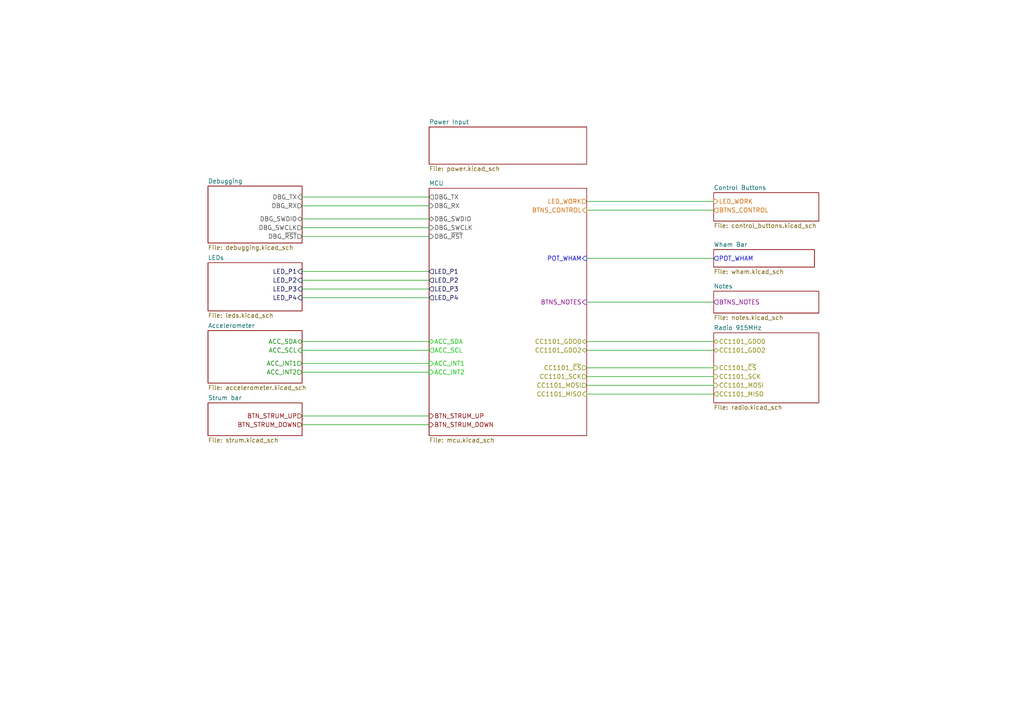
<source format=kicad_sch>
(kicad_sch
	(version 20231120)
	(generator "eeschema")
	(generator_version "8.0")
	(uuid "7eacce39-bbdf-4759-aeb5-d69ccfcb7b29")
	(paper "A4")
	(title_block
		(title "Project Antares - Transmitter Schematic")
		(date "2024-08-23")
		(rev "1.0.0")
		(company "Ourobors Embedded Development")
		(comment 1 "Pablo Jean Rozario")
	)
	(lib_symbols)
	(wire
		(pts
			(xy 87.63 66.04) (xy 124.46 66.04)
		)
		(stroke
			(width 0)
			(type default)
		)
		(uuid "09014d6a-d6e6-4327-908a-262e5e2e923e")
	)
	(wire
		(pts
			(xy 87.63 86.36) (xy 124.46 86.36)
		)
		(stroke
			(width 0)
			(type default)
		)
		(uuid "18b35e30-9ee9-47a4-8350-555935548a11")
	)
	(wire
		(pts
			(xy 87.63 120.65) (xy 124.46 120.65)
		)
		(stroke
			(width 0)
			(type default)
		)
		(uuid "199af027-a0d9-4558-b8ab-49f5a4c4e172")
	)
	(wire
		(pts
			(xy 170.18 106.68) (xy 207.01 106.68)
		)
		(stroke
			(width 0)
			(type default)
		)
		(uuid "3b68f2e0-92f0-45b8-9386-caf2230b3e86")
	)
	(wire
		(pts
			(xy 87.63 59.69) (xy 124.46 59.69)
		)
		(stroke
			(width 0)
			(type default)
		)
		(uuid "3bc7013b-d74e-46cc-944e-39cdcaa400e5")
	)
	(wire
		(pts
			(xy 170.18 109.22) (xy 207.01 109.22)
		)
		(stroke
			(width 0)
			(type default)
		)
		(uuid "3e964f8c-da78-4816-be70-48cde6af4e0b")
	)
	(wire
		(pts
			(xy 170.18 111.76) (xy 207.01 111.76)
		)
		(stroke
			(width 0)
			(type default)
		)
		(uuid "47113317-1f41-4ac2-a2b2-9f4410ce661c")
	)
	(wire
		(pts
			(xy 87.63 83.82) (xy 124.46 83.82)
		)
		(stroke
			(width 0)
			(type default)
		)
		(uuid "5a386da5-2705-4763-b9c5-505627e9a266")
	)
	(wire
		(pts
			(xy 170.18 60.96) (xy 207.01 60.96)
		)
		(stroke
			(width 0)
			(type default)
		)
		(uuid "5d570953-041e-47c3-b53e-35073fc211fc")
	)
	(wire
		(pts
			(xy 87.63 68.58) (xy 124.46 68.58)
		)
		(stroke
			(width 0)
			(type default)
		)
		(uuid "6d6a3e7e-5e16-42f3-bed7-d5de59911d69")
	)
	(wire
		(pts
			(xy 87.63 78.74) (xy 124.46 78.74)
		)
		(stroke
			(width 0)
			(type default)
		)
		(uuid "6e499a62-4b1e-47db-84ae-64a017f6ea6e")
	)
	(wire
		(pts
			(xy 170.18 87.63) (xy 207.01 87.63)
		)
		(stroke
			(width 0)
			(type default)
		)
		(uuid "708b93d4-423f-49ec-bed4-73bfc14a817d")
	)
	(wire
		(pts
			(xy 170.18 99.06) (xy 207.01 99.06)
		)
		(stroke
			(width 0)
			(type default)
		)
		(uuid "96b28923-13be-4eab-855f-f0a0a08553e1")
	)
	(wire
		(pts
			(xy 87.63 57.15) (xy 124.46 57.15)
		)
		(stroke
			(width 0)
			(type default)
		)
		(uuid "9dee9dea-d02d-405f-b6fc-dac37d63fdf2")
	)
	(wire
		(pts
			(xy 170.18 58.42) (xy 207.01 58.42)
		)
		(stroke
			(width 0)
			(type default)
		)
		(uuid "ab1b7988-2fde-4336-b55f-48940094339e")
	)
	(wire
		(pts
			(xy 87.63 81.28) (xy 124.46 81.28)
		)
		(stroke
			(width 0)
			(type default)
		)
		(uuid "aea2e62e-7104-4bfd-97ac-b3351b6090d3")
	)
	(wire
		(pts
			(xy 170.18 101.6) (xy 207.01 101.6)
		)
		(stroke
			(width 0)
			(type default)
		)
		(uuid "b7096bcd-11ec-4e25-ae3a-217f01d36a50")
	)
	(wire
		(pts
			(xy 87.63 123.19) (xy 124.46 123.19)
		)
		(stroke
			(width 0)
			(type default)
		)
		(uuid "bccd28c1-24aa-4f07-a319-41d9523dee75")
	)
	(wire
		(pts
			(xy 87.63 101.6) (xy 124.46 101.6)
		)
		(stroke
			(width 0)
			(type default)
		)
		(uuid "cc6f03ae-b096-4fad-bfde-90f93e15aebd")
	)
	(wire
		(pts
			(xy 87.63 107.95) (xy 124.46 107.95)
		)
		(stroke
			(width 0)
			(type default)
		)
		(uuid "cd8675b0-4a3e-4efa-92cf-f322b98d51d0")
	)
	(wire
		(pts
			(xy 170.18 114.3) (xy 207.01 114.3)
		)
		(stroke
			(width 0)
			(type default)
		)
		(uuid "d3316843-346f-4baf-81a4-05ddc10b74b5")
	)
	(wire
		(pts
			(xy 87.63 105.41) (xy 124.46 105.41)
		)
		(stroke
			(width 0)
			(type default)
		)
		(uuid "d9ad6187-67d7-4f89-8b86-7d5dbc21dafc")
	)
	(wire
		(pts
			(xy 170.18 74.93) (xy 207.01 74.93)
		)
		(stroke
			(width 0)
			(type default)
		)
		(uuid "e8994b69-504e-4390-bede-c5060d59a8cd")
	)
	(wire
		(pts
			(xy 87.63 99.06) (xy 124.46 99.06)
		)
		(stroke
			(width 0)
			(type default)
		)
		(uuid "ec0f3b55-acd0-46b3-8676-14422a81bba1")
	)
	(wire
		(pts
			(xy 87.63 63.5) (xy 124.46 63.5)
		)
		(stroke
			(width 0)
			(type default)
		)
		(uuid "edd5bd2f-459d-4c64-95ad-0e0e942ed33c")
	)
	(sheet
		(at 124.46 54.61)
		(size 45.72 71.755)
		(fields_autoplaced yes)
		(stroke
			(width 0.1524)
			(type solid)
		)
		(fill
			(color 0 0 0 0.0000)
		)
		(uuid "2240d507-cfe0-4bc7-8cd0-a40261eebf45")
		(property "Sheetname" "MCU"
			(at 124.46 53.8984 0)
			(effects
				(font
					(size 1.27 1.27)
				)
				(justify left bottom)
			)
		)
		(property "Sheetfile" "mcu.kicad_sch"
			(at 124.46 126.9496 0)
			(effects
				(font
					(size 1.27 1.27)
				)
				(justify left top)
			)
		)
		(pin "DBG_TX" output
			(at 124.46 57.15 180)
			(effects
				(font
					(size 1.27 1.27)
					(color 72 72 72 1)
				)
				(justify left)
			)
			(uuid "d7924351-99a4-4b51-84a6-d2444a49deb7")
		)
		(pin "LED_P4" output
			(at 124.46 86.36 180)
			(effects
				(font
					(size 1.27 1.27)
					(color 0 0 72 1)
				)
				(justify left)
			)
			(uuid "33db54d6-a703-43ba-84cc-c36a8551f71c")
		)
		(pin "DBG_RX" input
			(at 124.46 59.69 180)
			(effects
				(font
					(size 1.27 1.27)
					(color 72 72 72 1)
				)
				(justify left)
			)
			(uuid "9498df14-be00-410f-9687-865ea3c859e7")
		)
		(pin "ACC_INT1" input
			(at 124.46 105.41 180)
			(effects
				(font
					(size 1.27 1.27)
					(color 0 194 0 1)
				)
				(justify left)
			)
			(uuid "f0d61e18-3ff3-4899-ab58-1eaee23f6cfc")
		)
		(pin "LED_P3" output
			(at 124.46 83.82 180)
			(effects
				(font
					(size 1.27 1.27)
					(color 0 0 72 1)
				)
				(justify left)
			)
			(uuid "13090cf6-b029-4bda-ab1b-e806a027a1eb")
		)
		(pin "ACC_INT2" input
			(at 124.46 107.95 180)
			(effects
				(font
					(size 1.27 1.27)
					(color 0 194 0 1)
				)
				(justify left)
			)
			(uuid "5c6b2c30-d0fe-4aee-91b8-04bfa88c4c00")
		)
		(pin "DBG_SWCLK" input
			(at 124.46 66.04 180)
			(effects
				(font
					(size 1.27 1.27)
					(color 72 72 72 1)
				)
				(justify left)
			)
			(uuid "b639847c-a58d-4d0f-b355-49ca94870809")
		)
		(pin "ACC_SCL" output
			(at 124.46 101.6 180)
			(effects
				(font
					(size 1.27 1.27)
					(color 0 194 0 1)
				)
				(justify left)
			)
			(uuid "203942dc-c267-4e0e-99a3-7f4d0423c93e")
		)
		(pin "DBG_SWDIO" bidirectional
			(at 124.46 63.5 180)
			(effects
				(font
					(size 1.27 1.27)
					(color 72 72 72 1)
				)
				(justify left)
			)
			(uuid "c8d6de77-f329-4ef7-99ab-7161f2a3081f")
		)
		(pin "ACC_SDA" bidirectional
			(at 124.46 99.06 180)
			(effects
				(font
					(size 1.27 1.27)
					(color 0 194 0 1)
				)
				(justify left)
			)
			(uuid "c96b509e-fbcf-47ca-b45e-77eb19f08d61")
		)
		(pin "DBG_~{RST}" input
			(at 124.46 68.58 180)
			(effects
				(font
					(size 1.27 1.27)
					(color 72 72 72 1)
				)
				(justify left)
			)
			(uuid "6985f756-8289-4302-846a-eac1046d6bf5")
		)
		(pin "CC1101_MISO" input
			(at 170.18 114.3 0)
			(effects
				(font
					(size 1.27 1.27)
					(color 132 132 0 1)
				)
				(justify right)
			)
			(uuid "b1004b18-a403-4707-b0f6-c74bd21f049a")
		)
		(pin "CC1101_~{CS}" output
			(at 170.18 106.68 0)
			(effects
				(font
					(size 1.27 1.27)
					(color 132 132 0 1)
				)
				(justify right)
			)
			(uuid "15615525-b4a7-4f3d-a435-525d51085f4b")
		)
		(pin "CC1101_SCK" output
			(at 170.18 109.22 0)
			(effects
				(font
					(size 1.27 1.27)
					(color 132 132 0 1)
				)
				(justify right)
			)
			(uuid "6754cd07-a32a-4e87-b93c-bbc4bde32e16")
		)
		(pin "CC1101_MOSI" output
			(at 170.18 111.76 0)
			(effects
				(font
					(size 1.27 1.27)
					(color 132 132 0 1)
				)
				(justify right)
			)
			(uuid "3946c04b-a8b0-4c4f-a795-4519f13bee78")
		)
		(pin "LED_WORK" output
			(at 170.18 58.42 0)
			(effects
				(font
					(size 1.27 1.27)
					(color 204 102 0 1)
				)
				(justify right)
			)
			(uuid "d98057d0-4b1d-42c7-984b-bd762f428c52")
		)
		(pin "BTN_STRUM_UP" input
			(at 124.46 120.65 180)
			(effects
				(font
					(size 1.27 1.27)
					(color 132 0 0 1)
				)
				(justify left)
			)
			(uuid "4d8f1ea0-293e-4d1b-8f4f-639765b8c967")
		)
		(pin "BTN_STRUM_DOWN" input
			(at 124.46 123.19 180)
			(effects
				(font
					(size 1.27 1.27)
					(color 132 0 0 1)
				)
				(justify left)
			)
			(uuid "0e8c1ad6-9359-42dc-abe2-889875ebded6")
		)
		(pin "CC1101_GDO0" bidirectional
			(at 170.18 99.06 0)
			(effects
				(font
					(size 1.27 1.27)
					(color 132 132 0 1)
				)
				(justify right)
			)
			(uuid "b50d5199-c667-4970-96e6-c5395706d7f3")
		)
		(pin "CC1101_GDO2" bidirectional
			(at 170.18 101.6 0)
			(effects
				(font
					(size 1.27 1.27)
					(color 132 132 0 1)
				)
				(justify right)
			)
			(uuid "215bf869-bf4b-4d82-b086-bed9dab3b5cd")
		)
		(pin "BTNS_CONTROL" input
			(at 170.18 60.96 0)
			(effects
				(font
					(size 1.27 1.27)
					(color 204 102 0 1)
				)
				(justify right)
			)
			(uuid "1521584b-f513-467a-98fd-83e525d8f0c6")
		)
		(pin "POT_WHAM" input
			(at 170.18 74.93 0)
			(effects
				(font
					(size 1.27 1.27)
					(color 0 0 194 1)
				)
				(justify right)
			)
			(uuid "ec3fd81b-8ff5-4425-872c-0063b7e33231")
		)
		(pin "LED_P2" output
			(at 124.46 81.28 180)
			(effects
				(font
					(size 1.27 1.27)
					(color 0 0 72 1)
				)
				(justify left)
			)
			(uuid "18ac4934-677f-4d2b-8d31-0dcf296431aa")
		)
		(pin "LED_P1" output
			(at 124.46 78.74 180)
			(effects
				(font
					(size 1.27 1.27)
					(color 0 0 72 1)
				)
				(justify left)
			)
			(uuid "b77ef9a5-a433-4b95-9ef2-d24d360977b3")
		)
		(pin "BTNS_NOTES" input
			(at 170.18 87.63 0)
			(effects
				(font
					(size 1.27 1.27)
					(color 132 0 132 1)
				)
				(justify right)
			)
			(uuid "5671a7be-2040-41cf-9c86-d3cc5a91f848")
		)
		(instances
			(project "Antares-Transmitter"
				(path "/7eacce39-bbdf-4759-aeb5-d69ccfcb7b29"
					(page "2")
				)
			)
		)
	)
	(sheet
		(at 60.325 76.2)
		(size 27.305 13.97)
		(fields_autoplaced yes)
		(stroke
			(width 0.1524)
			(type solid)
		)
		(fill
			(color 0 0 0 0.0000)
		)
		(uuid "299e1806-d9a7-4704-b9b2-4b9200c2cd64")
		(property "Sheetname" "LEDs"
			(at 60.325 75.4884 0)
			(effects
				(font
					(size 1.27 1.27)
				)
				(justify left bottom)
			)
		)
		(property "Sheetfile" "leds.kicad_sch"
			(at 60.325 90.7546 0)
			(effects
				(font
					(size 1.27 1.27)
				)
				(justify left top)
			)
		)
		(pin "LED_P3" input
			(at 87.63 83.82 0)
			(effects
				(font
					(size 1.27 1.27)
					(color 0 0 72 1)
				)
				(justify right)
			)
			(uuid "3e15139d-311b-48f1-aabc-fba391519460")
		)
		(pin "LED_P4" input
			(at 87.63 86.36 0)
			(effects
				(font
					(size 1.27 1.27)
					(color 0 0 72 1)
				)
				(justify right)
			)
			(uuid "1b5d1a08-aec1-443c-b6ca-c321176c288e")
		)
		(pin "LED_P1" input
			(at 87.63 78.74 0)
			(effects
				(font
					(size 1.27 1.27)
					(color 0 0 72 1)
				)
				(justify right)
			)
			(uuid "401b8f30-7f1d-43aa-ae44-700b9ae266e7")
		)
		(pin "LED_P2" input
			(at 87.63 81.28 0)
			(effects
				(font
					(size 1.27 1.27)
					(color 0 0 72 1)
				)
				(justify right)
			)
			(uuid "c1955700-dbcf-47c5-86ac-7ba5c9a1f8ee")
		)
		(instances
			(project "Antares-Transmitter"
				(path "/7eacce39-bbdf-4759-aeb5-d69ccfcb7b29"
					(page "9")
				)
			)
		)
	)
	(sheet
		(at 207.01 72.39)
		(size 29.21 5.08)
		(fields_autoplaced yes)
		(stroke
			(width 0.1524)
			(type solid)
		)
		(fill
			(color 0 0 0 0.0000)
		)
		(uuid "52583b1f-6fbd-4f75-9469-41ecb3f339d3")
		(property "Sheetname" "Wham Bar"
			(at 207.01 71.6784 0)
			(effects
				(font
					(size 1.27 1.27)
				)
				(justify left bottom)
			)
		)
		(property "Sheetfile" "wham.kicad_sch"
			(at 207.01 78.0546 0)
			(effects
				(font
					(size 1.27 1.27)
				)
				(justify left top)
			)
		)
		(pin "POT_WHAM" output
			(at 207.01 74.93 180)
			(effects
				(font
					(size 1.27 1.27)
					(color 0 0 194 1)
				)
				(justify left)
			)
			(uuid "bdbaba3e-afc5-47a4-b9f8-01b416e1c060")
		)
		(instances
			(project "Antares-Transmitter"
				(path "/7eacce39-bbdf-4759-aeb5-d69ccfcb7b29"
					(page "5")
				)
			)
		)
	)
	(sheet
		(at 207.01 55.88)
		(size 30.48 8.255)
		(fields_autoplaced yes)
		(stroke
			(width 0.1524)
			(type solid)
		)
		(fill
			(color 0 0 0 0.0000)
		)
		(uuid "6f7bb571-d887-412b-afba-0267762175ed")
		(property "Sheetname" "Control Buttons"
			(at 207.01 55.1684 0)
			(effects
				(font
					(size 1.27 1.27)
				)
				(justify left bottom)
			)
		)
		(property "Sheetfile" "control_buttons.kicad_sch"
			(at 207.01 64.7196 0)
			(effects
				(font
					(size 1.27 1.27)
				)
				(justify left top)
			)
		)
		(pin "LED_WORK" input
			(at 207.01 58.42 180)
			(effects
				(font
					(size 1.27 1.27)
					(color 204 102 0 1)
				)
				(justify left)
			)
			(uuid "f47664e8-85e4-4a16-bc20-651494f1422a")
		)
		(pin "BTNS_CONTROL" output
			(at 207.01 60.96 180)
			(effects
				(font
					(size 1.27 1.27)
					(color 204 102 0 1)
				)
				(justify left)
			)
			(uuid "d175b4ea-2406-4b70-a89c-4ba78ac474a1")
		)
		(instances
			(project "Antares-Transmitter"
				(path "/7eacce39-bbdf-4759-aeb5-d69ccfcb7b29"
					(page "6")
				)
			)
		)
	)
	(sheet
		(at 124.46 36.83)
		(size 45.72 10.795)
		(fields_autoplaced yes)
		(stroke
			(width 0.1524)
			(type solid)
		)
		(fill
			(color 0 0 0 0.0000)
		)
		(uuid "72fde2e0-0b20-4d02-915a-614c1643345b")
		(property "Sheetname" "Power Input"
			(at 124.46 36.1184 0)
			(effects
				(font
					(size 1.27 1.27)
				)
				(justify left bottom)
			)
		)
		(property "Sheetfile" "power.kicad_sch"
			(at 124.46 48.2096 0)
			(effects
				(font
					(size 1.27 1.27)
				)
				(justify left top)
			)
		)
		(instances
			(project "Antares-Transmitter"
				(path "/7eacce39-bbdf-4759-aeb5-d69ccfcb7b29"
					(page "11")
				)
			)
		)
	)
	(sheet
		(at 207.01 84.455)
		(size 30.48 6.35)
		(fields_autoplaced yes)
		(stroke
			(width 0.1524)
			(type solid)
		)
		(fill
			(color 0 0 0 0.0000)
		)
		(uuid "9b70b2fc-49e3-42a0-b447-77c1c57b7a09")
		(property "Sheetname" "Notes"
			(at 207.01 83.7434 0)
			(effects
				(font
					(size 1.27 1.27)
				)
				(justify left bottom)
			)
		)
		(property "Sheetfile" "notes.kicad_sch"
			(at 207.01 91.3896 0)
			(effects
				(font
					(size 1.27 1.27)
				)
				(justify left top)
			)
		)
		(pin "BTNS_NOTES" output
			(at 207.01 87.63 180)
			(effects
				(font
					(size 1.27 1.27)
					(color 132 0 132 1)
				)
				(justify left)
			)
			(uuid "2ca90d2c-ccd3-4634-b2a1-2cb308a401ed")
		)
		(instances
			(project "Antares-Transmitter"
				(path "/7eacce39-bbdf-4759-aeb5-d69ccfcb7b29"
					(page "4")
				)
			)
		)
	)
	(sheet
		(at 207.01 96.52)
		(size 30.48 20.32)
		(fields_autoplaced yes)
		(stroke
			(width 0.1524)
			(type solid)
		)
		(fill
			(color 0 0 0 0.0000)
		)
		(uuid "9b82dc90-2c5e-4a12-b0c3-9dc0f854a933")
		(property "Sheetname" "Radio 915MHz"
			(at 207.01 95.8084 0)
			(effects
				(font
					(size 1.27 1.27)
				)
				(justify left bottom)
			)
		)
		(property "Sheetfile" "radio.kicad_sch"
			(at 207.01 117.4246 0)
			(effects
				(font
					(size 1.27 1.27)
				)
				(justify left top)
			)
		)
		(pin "CC1101_~{CS}" input
			(at 207.01 106.68 180)
			(effects
				(font
					(size 1.27 1.27)
					(color 132 132 0 1)
				)
				(justify left)
			)
			(uuid "20e66584-5297-49f8-8edc-2e23f1ede8dc")
		)
		(pin "CC1101_GDO2" bidirectional
			(at 207.01 101.6 180)
			(effects
				(font
					(size 1.27 1.27)
					(color 132 132 0 1)
				)
				(justify left)
			)
			(uuid "d96102e4-30eb-411e-8985-283bdd48c54d")
		)
		(pin "CC1101_GDO0" bidirectional
			(at 207.01 99.06 180)
			(effects
				(font
					(size 1.27 1.27)
					(color 132 132 0 1)
				)
				(justify left)
			)
			(uuid "c43a93a6-b1cc-4075-88be-35744ea09299")
		)
		(pin "CC1101_MISO" output
			(at 207.01 114.3 180)
			(effects
				(font
					(size 1.27 1.27)
					(color 132 132 0 1)
				)
				(justify left)
			)
			(uuid "5667e11d-9f34-48ec-9427-3833ac22db38")
		)
		(pin "CC1101_MOSI" input
			(at 207.01 111.76 180)
			(effects
				(font
					(size 1.27 1.27)
					(color 132 132 0 1)
				)
				(justify left)
			)
			(uuid "82a7fd5d-be02-4fc8-a8a3-74a96c06cb79")
		)
		(pin "CC1101_SCK" input
			(at 207.01 109.22 180)
			(effects
				(font
					(size 1.27 1.27)
					(color 132 132 0 1)
				)
				(justify left)
			)
			(uuid "6565e84a-f182-456a-b1ca-2861472ff4f8")
		)
		(instances
			(project "Antares-Transmitter"
				(path "/7eacce39-bbdf-4759-aeb5-d69ccfcb7b29"
					(page "3")
				)
			)
		)
	)
	(sheet
		(at 60.325 95.885)
		(size 27.305 15.24)
		(fields_autoplaced yes)
		(stroke
			(width 0.1524)
			(type solid)
		)
		(fill
			(color 0 0 0 0.0000)
		)
		(uuid "e5284cc2-b5aa-4898-b9b8-ce7b1c8c2af5")
		(property "Sheetname" "Accelerometer"
			(at 60.325 95.1734 0)
			(effects
				(font
					(size 1.27 1.27)
				)
				(justify left bottom)
			)
		)
		(property "Sheetfile" "accelerometer.kicad_sch"
			(at 60.325 111.7096 0)
			(effects
				(font
					(size 1.27 1.27)
				)
				(justify left top)
			)
		)
		(pin "ACC_SDA" bidirectional
			(at 87.63 99.06 0)
			(effects
				(font
					(size 1.27 1.27)
					(color 0 132 0 1)
				)
				(justify right)
			)
			(uuid "cb67bc4e-faba-4088-bdbc-a19f2e5b95ec")
		)
		(pin "ACC_INT2" output
			(at 87.63 107.95 0)
			(effects
				(font
					(size 1.27 1.27)
					(color 0 132 0 1)
				)
				(justify right)
			)
			(uuid "e23a291c-764e-4f4a-a494-9c5bb0cf7675")
		)
		(pin "ACC_SCL" input
			(at 87.63 101.6 0)
			(effects
				(font
					(size 1.27 1.27)
					(color 0 132 0 1)
				)
				(justify right)
			)
			(uuid "66571bb9-591a-4bea-aa5b-ece7f901fd22")
		)
		(pin "ACC_INT1" output
			(at 87.63 105.41 0)
			(effects
				(font
					(size 1.27 1.27)
					(color 0 132 0 1)
				)
				(justify right)
			)
			(uuid "51d548b1-8a0a-45d6-8128-ced15501f2e4")
		)
		(instances
			(project "Antares-Transmitter"
				(path "/7eacce39-bbdf-4759-aeb5-d69ccfcb7b29"
					(page "8")
				)
			)
		)
	)
	(sheet
		(at 60.325 116.84)
		(size 27.305 9.525)
		(fields_autoplaced yes)
		(stroke
			(width 0.1524)
			(type solid)
		)
		(fill
			(color 0 0 0 0.0000)
		)
		(uuid "e897e552-39a5-4897-97b5-99c86deab657")
		(property "Sheetname" "Strum bar"
			(at 60.325 116.1284 0)
			(effects
				(font
					(size 1.27 1.27)
				)
				(justify left bottom)
			)
		)
		(property "Sheetfile" "strum.kicad_sch"
			(at 60.325 126.9496 0)
			(effects
				(font
					(size 1.27 1.27)
				)
				(justify left top)
			)
		)
		(pin "BTN_STRUM_UP" output
			(at 87.63 120.65 0)
			(effects
				(font
					(size 1.27 1.27)
					(color 132 0 0 1)
				)
				(justify right)
			)
			(uuid "bc22d7ae-eb07-4ca1-b724-771be6bb34a8")
		)
		(pin "BTN_STRUM_DOWN" output
			(at 87.63 123.19 0)
			(effects
				(font
					(size 1.27 1.27)
					(color 132 0 0 1)
				)
				(justify right)
			)
			(uuid "a0a09759-a91a-4259-944c-79a912115164")
		)
		(instances
			(project "Antares-Transmitter"
				(path "/7eacce39-bbdf-4759-aeb5-d69ccfcb7b29"
					(page "7")
				)
			)
		)
	)
	(sheet
		(at 60.325 53.975)
		(size 27.305 16.51)
		(fields_autoplaced yes)
		(stroke
			(width 0.1524)
			(type solid)
		)
		(fill
			(color 0 0 0 0.0000)
		)
		(uuid "f47ebe58-310a-4a29-ada9-20d70931e31d")
		(property "Sheetname" "Debugging"
			(at 60.325 53.2634 0)
			(effects
				(font
					(size 1.27 1.27)
				)
				(justify left bottom)
			)
		)
		(property "Sheetfile" "debugging.kicad_sch"
			(at 60.325 71.0696 0)
			(effects
				(font
					(size 1.27 1.27)
				)
				(justify left top)
			)
		)
		(pin "DBG_RX" output
			(at 87.63 59.69 0)
			(effects
				(font
					(size 1.27 1.27)
					(color 72 72 72 1)
				)
				(justify right)
			)
			(uuid "3f02dd86-b1ac-4eb4-a4f0-b12690f4ec09")
		)
		(pin "DBG_SWCLK" output
			(at 87.63 66.04 0)
			(effects
				(font
					(size 1.27 1.27)
					(color 72 72 72 1)
				)
				(justify right)
			)
			(uuid "0081bd92-f9c3-457d-868d-4c71ab824b06")
		)
		(pin "DBG_~{RST}" output
			(at 87.63 68.58 0)
			(effects
				(font
					(size 1.27 1.27)
					(color 72 72 72 1)
				)
				(justify right)
			)
			(uuid "8e386115-19d2-426f-8aff-d046cb48107a")
		)
		(pin "DBG_SWDIO" bidirectional
			(at 87.63 63.5 0)
			(effects
				(font
					(size 1.27 1.27)
					(color 72 72 72 1)
				)
				(justify right)
			)
			(uuid "af10309f-e286-4a17-ab92-ca1f3ba6eca4")
		)
		(pin "DBG_TX" input
			(at 87.63 57.15 0)
			(effects
				(font
					(size 1.27 1.27)
					(color 72 72 72 1)
				)
				(justify right)
			)
			(uuid "7c3f8267-03bc-4a19-b07a-13a59f9f76ca")
		)
		(instances
			(project "Antares-Transmitter"
				(path "/7eacce39-bbdf-4759-aeb5-d69ccfcb7b29"
					(page "10")
				)
			)
		)
	)
	(sheet_instances
		(path "/"
			(page "1")
		)
	)
)

</source>
